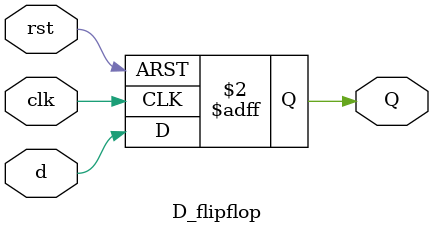
<source format=v>
module D_flipflop (
  input clk,
  input rst,
  input d,
  output reg Q
);
  always @(posedge clk or posedge rst) begin
    if (rst)
      Q <= 0;
    else
      Q <= d;
  end
endmodule

</source>
